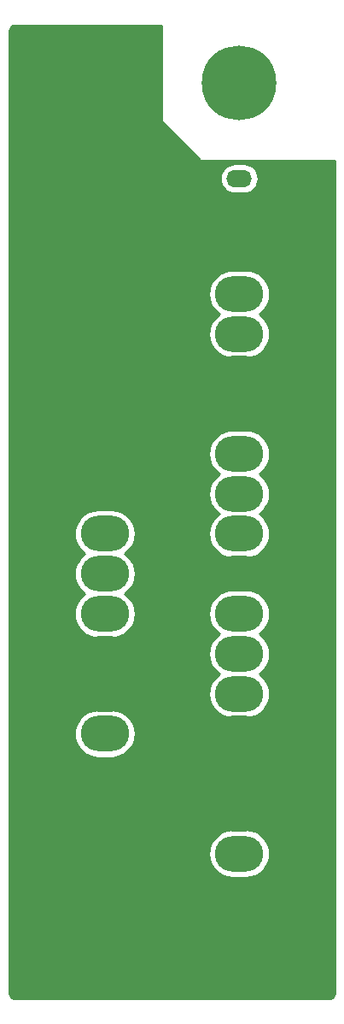
<source format=gbl>
%TF.GenerationSoftware,KiCad,Pcbnew,(5.1.9)-1*%
%TF.CreationDate,2021-05-18T19:43:41+08:00*%
%TF.ProjectId,Tandy1000PowerGeneric,54616e64-7931-4303-9030-506f77657247,rev?*%
%TF.SameCoordinates,Original*%
%TF.FileFunction,Copper,L2,Bot*%
%TF.FilePolarity,Positive*%
%FSLAX46Y46*%
G04 Gerber Fmt 4.6, Leading zero omitted, Abs format (unit mm)*
G04 Created by KiCad (PCBNEW (5.1.9)-1) date 2021-05-18 19:43:41*
%MOMM*%
%LPD*%
G01*
G04 APERTURE LIST*
%TA.AperFunction,ComponentPad*%
%ADD10O,2.540000X1.700000*%
%TD*%
%TA.AperFunction,ComponentPad*%
%ADD11O,4.800000X3.500000*%
%TD*%
%TA.AperFunction,ComponentPad*%
%ADD12C,7.400000*%
%TD*%
%TA.AperFunction,Conductor*%
%ADD13C,0.254000*%
%TD*%
%TA.AperFunction,Conductor*%
%ADD14C,0.100000*%
%TD*%
G04 APERTURE END LIST*
D10*
%TO.P,J3,1*%
%TO.N,+12V*%
X173355000Y-64135000D03*
%TO.P,J3,2*%
%TO.N,GND*%
X173355000Y-66675000D03*
%TD*%
D11*
%TO.P,J2,15*%
%TO.N,-12V*%
X173355000Y-131005000D03*
%TO.P,J2,14*%
%TO.N,GND*%
X173355000Y-127045000D03*
%TO.P,J2,13*%
X173355000Y-123085000D03*
%TO.P,J2,12*%
X173355000Y-119125000D03*
%TO.P,J2,11*%
%TO.N,+5V*%
X173355000Y-115165000D03*
%TO.P,J2,10*%
X173355000Y-111205000D03*
%TO.P,J2,9*%
X173355000Y-107245000D03*
%TO.P,J2,8*%
%TO.N,GND*%
X173355000Y-103285000D03*
%TO.P,J2,7*%
%TO.N,+12V*%
X173355000Y-99325000D03*
%TO.P,J2,6*%
%TO.N,Net-(J2-Pad6)*%
X173355000Y-95365000D03*
%TO.P,J2,5*%
%TO.N,+12V*%
X173355000Y-91405000D03*
%TO.P,J2,4*%
%TO.N,GND*%
X173355000Y-87445000D03*
%TO.P,J2,3*%
X173355000Y-83485000D03*
%TO.P,J2,2*%
%TO.N,+5V*%
X173355000Y-79525000D03*
%TO.P,J2,1*%
%TO.N,Net-(J2-Pad1)*%
X173355000Y-75565000D03*
%TD*%
%TO.P,J1,6*%
%TO.N,-12V*%
X160020000Y-119125000D03*
%TO.P,J1,5*%
%TO.N,GND*%
X160020000Y-115165000D03*
%TO.P,J1,4*%
X160020000Y-111205000D03*
%TO.P,J1,3*%
%TO.N,+5V*%
X160020000Y-107245000D03*
%TO.P,J1,2*%
X160020000Y-103285000D03*
%TO.P,J1,1*%
%TO.N,+12V*%
X160020000Y-99325000D03*
%TD*%
D12*
%TO.P,H2,1*%
%TO.N,GND*%
X173355000Y-139680000D03*
%TD*%
%TO.P,H1,1*%
%TO.N,Net-(H1-Pad1)*%
X173355000Y-54630000D03*
%TD*%
D13*
%TO.N,GND*%
X165608000Y-58420000D02*
X165610440Y-58444776D01*
X165617667Y-58468601D01*
X165629403Y-58490557D01*
X165645197Y-58509803D01*
X169455197Y-62319803D01*
X169474443Y-62335597D01*
X169496399Y-62347333D01*
X169520224Y-62354560D01*
X169545000Y-62357000D01*
X182805000Y-62357000D01*
X182805001Y-144745269D01*
X182790995Y-144888109D01*
X182759599Y-144992099D01*
X182708601Y-145088013D01*
X182639941Y-145172199D01*
X182556243Y-145241439D01*
X182460689Y-145293105D01*
X182356922Y-145325227D01*
X182216359Y-145340000D01*
X151164720Y-145340000D01*
X151021891Y-145325995D01*
X150917901Y-145294599D01*
X150821987Y-145243601D01*
X150737801Y-145174941D01*
X150668561Y-145091243D01*
X150616895Y-144995689D01*
X150584773Y-144891922D01*
X150570000Y-144751359D01*
X150570000Y-131005000D01*
X170308461Y-131005000D01*
X170354510Y-131472542D01*
X170490887Y-131922116D01*
X170712351Y-132336446D01*
X171010391Y-132699609D01*
X171373554Y-132997649D01*
X171787884Y-133219113D01*
X172237458Y-133355490D01*
X172587843Y-133390000D01*
X174122157Y-133390000D01*
X174472542Y-133355490D01*
X174922116Y-133219113D01*
X175336446Y-132997649D01*
X175699609Y-132699609D01*
X175997649Y-132336446D01*
X176219113Y-131922116D01*
X176355490Y-131472542D01*
X176401539Y-131005000D01*
X176355490Y-130537458D01*
X176219113Y-130087884D01*
X175997649Y-129673554D01*
X175699609Y-129310391D01*
X175336446Y-129012351D01*
X174922116Y-128790887D01*
X174472542Y-128654510D01*
X174122157Y-128620000D01*
X172587843Y-128620000D01*
X172237458Y-128654510D01*
X171787884Y-128790887D01*
X171373554Y-129012351D01*
X171010391Y-129310391D01*
X170712351Y-129673554D01*
X170490887Y-130087884D01*
X170354510Y-130537458D01*
X170308461Y-131005000D01*
X150570000Y-131005000D01*
X150570000Y-119125000D01*
X156973461Y-119125000D01*
X157019510Y-119592542D01*
X157155887Y-120042116D01*
X157377351Y-120456446D01*
X157675391Y-120819609D01*
X158038554Y-121117649D01*
X158452884Y-121339113D01*
X158902458Y-121475490D01*
X159252843Y-121510000D01*
X160787157Y-121510000D01*
X161137542Y-121475490D01*
X161587116Y-121339113D01*
X162001446Y-121117649D01*
X162364609Y-120819609D01*
X162662649Y-120456446D01*
X162884113Y-120042116D01*
X163020490Y-119592542D01*
X163066539Y-119125000D01*
X163020490Y-118657458D01*
X162884113Y-118207884D01*
X162662649Y-117793554D01*
X162364609Y-117430391D01*
X162001446Y-117132351D01*
X161587116Y-116910887D01*
X161137542Y-116774510D01*
X160787157Y-116740000D01*
X159252843Y-116740000D01*
X158902458Y-116774510D01*
X158452884Y-116910887D01*
X158038554Y-117132351D01*
X157675391Y-117430391D01*
X157377351Y-117793554D01*
X157155887Y-118207884D01*
X157019510Y-118657458D01*
X156973461Y-119125000D01*
X150570000Y-119125000D01*
X150570000Y-99325000D01*
X156973461Y-99325000D01*
X157019510Y-99792542D01*
X157155887Y-100242116D01*
X157377351Y-100656446D01*
X157675391Y-101019609D01*
X158023141Y-101305000D01*
X157675391Y-101590391D01*
X157377351Y-101953554D01*
X157155887Y-102367884D01*
X157019510Y-102817458D01*
X156973461Y-103285000D01*
X157019510Y-103752542D01*
X157155887Y-104202116D01*
X157377351Y-104616446D01*
X157675391Y-104979609D01*
X158023141Y-105265000D01*
X157675391Y-105550391D01*
X157377351Y-105913554D01*
X157155887Y-106327884D01*
X157019510Y-106777458D01*
X156973461Y-107245000D01*
X157019510Y-107712542D01*
X157155887Y-108162116D01*
X157377351Y-108576446D01*
X157675391Y-108939609D01*
X158038554Y-109237649D01*
X158452884Y-109459113D01*
X158902458Y-109595490D01*
X159252843Y-109630000D01*
X160787157Y-109630000D01*
X161137542Y-109595490D01*
X161587116Y-109459113D01*
X162001446Y-109237649D01*
X162364609Y-108939609D01*
X162662649Y-108576446D01*
X162884113Y-108162116D01*
X163020490Y-107712542D01*
X163066539Y-107245000D01*
X170308461Y-107245000D01*
X170354510Y-107712542D01*
X170490887Y-108162116D01*
X170712351Y-108576446D01*
X171010391Y-108939609D01*
X171358141Y-109225000D01*
X171010391Y-109510391D01*
X170712351Y-109873554D01*
X170490887Y-110287884D01*
X170354510Y-110737458D01*
X170308461Y-111205000D01*
X170354510Y-111672542D01*
X170490887Y-112122116D01*
X170712351Y-112536446D01*
X171010391Y-112899609D01*
X171358141Y-113185000D01*
X171010391Y-113470391D01*
X170712351Y-113833554D01*
X170490887Y-114247884D01*
X170354510Y-114697458D01*
X170308461Y-115165000D01*
X170354510Y-115632542D01*
X170490887Y-116082116D01*
X170712351Y-116496446D01*
X171010391Y-116859609D01*
X171373554Y-117157649D01*
X171787884Y-117379113D01*
X172237458Y-117515490D01*
X172587843Y-117550000D01*
X174122157Y-117550000D01*
X174472542Y-117515490D01*
X174922116Y-117379113D01*
X175336446Y-117157649D01*
X175699609Y-116859609D01*
X175997649Y-116496446D01*
X176219113Y-116082116D01*
X176355490Y-115632542D01*
X176401539Y-115165000D01*
X176355490Y-114697458D01*
X176219113Y-114247884D01*
X175997649Y-113833554D01*
X175699609Y-113470391D01*
X175351859Y-113185000D01*
X175699609Y-112899609D01*
X175997649Y-112536446D01*
X176219113Y-112122116D01*
X176355490Y-111672542D01*
X176401539Y-111205000D01*
X176355490Y-110737458D01*
X176219113Y-110287884D01*
X175997649Y-109873554D01*
X175699609Y-109510391D01*
X175351859Y-109225000D01*
X175699609Y-108939609D01*
X175997649Y-108576446D01*
X176219113Y-108162116D01*
X176355490Y-107712542D01*
X176401539Y-107245000D01*
X176355490Y-106777458D01*
X176219113Y-106327884D01*
X175997649Y-105913554D01*
X175699609Y-105550391D01*
X175336446Y-105252351D01*
X174922116Y-105030887D01*
X174472542Y-104894510D01*
X174122157Y-104860000D01*
X172587843Y-104860000D01*
X172237458Y-104894510D01*
X171787884Y-105030887D01*
X171373554Y-105252351D01*
X171010391Y-105550391D01*
X170712351Y-105913554D01*
X170490887Y-106327884D01*
X170354510Y-106777458D01*
X170308461Y-107245000D01*
X163066539Y-107245000D01*
X163020490Y-106777458D01*
X162884113Y-106327884D01*
X162662649Y-105913554D01*
X162364609Y-105550391D01*
X162016859Y-105265000D01*
X162364609Y-104979609D01*
X162662649Y-104616446D01*
X162884113Y-104202116D01*
X163020490Y-103752542D01*
X163066539Y-103285000D01*
X163020490Y-102817458D01*
X162884113Y-102367884D01*
X162662649Y-101953554D01*
X162364609Y-101590391D01*
X162016859Y-101305000D01*
X162364609Y-101019609D01*
X162662649Y-100656446D01*
X162884113Y-100242116D01*
X163020490Y-99792542D01*
X163066539Y-99325000D01*
X163020490Y-98857458D01*
X162884113Y-98407884D01*
X162662649Y-97993554D01*
X162364609Y-97630391D01*
X162001446Y-97332351D01*
X161587116Y-97110887D01*
X161137542Y-96974510D01*
X160787157Y-96940000D01*
X159252843Y-96940000D01*
X158902458Y-96974510D01*
X158452884Y-97110887D01*
X158038554Y-97332351D01*
X157675391Y-97630391D01*
X157377351Y-97993554D01*
X157155887Y-98407884D01*
X157019510Y-98857458D01*
X156973461Y-99325000D01*
X150570000Y-99325000D01*
X150570000Y-91405000D01*
X170308461Y-91405000D01*
X170354510Y-91872542D01*
X170490887Y-92322116D01*
X170712351Y-92736446D01*
X171010391Y-93099609D01*
X171358141Y-93385000D01*
X171010391Y-93670391D01*
X170712351Y-94033554D01*
X170490887Y-94447884D01*
X170354510Y-94897458D01*
X170308461Y-95365000D01*
X170354510Y-95832542D01*
X170490887Y-96282116D01*
X170712351Y-96696446D01*
X171010391Y-97059609D01*
X171358141Y-97345000D01*
X171010391Y-97630391D01*
X170712351Y-97993554D01*
X170490887Y-98407884D01*
X170354510Y-98857458D01*
X170308461Y-99325000D01*
X170354510Y-99792542D01*
X170490887Y-100242116D01*
X170712351Y-100656446D01*
X171010391Y-101019609D01*
X171373554Y-101317649D01*
X171787884Y-101539113D01*
X172237458Y-101675490D01*
X172587843Y-101710000D01*
X174122157Y-101710000D01*
X174472542Y-101675490D01*
X174922116Y-101539113D01*
X175336446Y-101317649D01*
X175699609Y-101019609D01*
X175997649Y-100656446D01*
X176219113Y-100242116D01*
X176355490Y-99792542D01*
X176401539Y-99325000D01*
X176355490Y-98857458D01*
X176219113Y-98407884D01*
X175997649Y-97993554D01*
X175699609Y-97630391D01*
X175351859Y-97345000D01*
X175699609Y-97059609D01*
X175997649Y-96696446D01*
X176219113Y-96282116D01*
X176355490Y-95832542D01*
X176401539Y-95365000D01*
X176355490Y-94897458D01*
X176219113Y-94447884D01*
X175997649Y-94033554D01*
X175699609Y-93670391D01*
X175351859Y-93385000D01*
X175699609Y-93099609D01*
X175997649Y-92736446D01*
X176219113Y-92322116D01*
X176355490Y-91872542D01*
X176401539Y-91405000D01*
X176355490Y-90937458D01*
X176219113Y-90487884D01*
X175997649Y-90073554D01*
X175699609Y-89710391D01*
X175336446Y-89412351D01*
X174922116Y-89190887D01*
X174472542Y-89054510D01*
X174122157Y-89020000D01*
X172587843Y-89020000D01*
X172237458Y-89054510D01*
X171787884Y-89190887D01*
X171373554Y-89412351D01*
X171010391Y-89710391D01*
X170712351Y-90073554D01*
X170490887Y-90487884D01*
X170354510Y-90937458D01*
X170308461Y-91405000D01*
X150570000Y-91405000D01*
X150570000Y-75565000D01*
X170308461Y-75565000D01*
X170354510Y-76032542D01*
X170490887Y-76482116D01*
X170712351Y-76896446D01*
X171010391Y-77259609D01*
X171358141Y-77545000D01*
X171010391Y-77830391D01*
X170712351Y-78193554D01*
X170490887Y-78607884D01*
X170354510Y-79057458D01*
X170308461Y-79525000D01*
X170354510Y-79992542D01*
X170490887Y-80442116D01*
X170712351Y-80856446D01*
X171010391Y-81219609D01*
X171373554Y-81517649D01*
X171787884Y-81739113D01*
X172237458Y-81875490D01*
X172587843Y-81910000D01*
X174122157Y-81910000D01*
X174472542Y-81875490D01*
X174922116Y-81739113D01*
X175336446Y-81517649D01*
X175699609Y-81219609D01*
X175997649Y-80856446D01*
X176219113Y-80442116D01*
X176355490Y-79992542D01*
X176401539Y-79525000D01*
X176355490Y-79057458D01*
X176219113Y-78607884D01*
X175997649Y-78193554D01*
X175699609Y-77830391D01*
X175351859Y-77545000D01*
X175699609Y-77259609D01*
X175997649Y-76896446D01*
X176219113Y-76482116D01*
X176355490Y-76032542D01*
X176401539Y-75565000D01*
X176355490Y-75097458D01*
X176219113Y-74647884D01*
X175997649Y-74233554D01*
X175699609Y-73870391D01*
X175336446Y-73572351D01*
X174922116Y-73350887D01*
X174472542Y-73214510D01*
X174122157Y-73180000D01*
X172587843Y-73180000D01*
X172237458Y-73214510D01*
X171787884Y-73350887D01*
X171373554Y-73572351D01*
X171010391Y-73870391D01*
X170712351Y-74233554D01*
X170490887Y-74647884D01*
X170354510Y-75097458D01*
X170308461Y-75565000D01*
X150570000Y-75565000D01*
X150570000Y-64135000D01*
X171442815Y-64135000D01*
X171471487Y-64426111D01*
X171556401Y-64706034D01*
X171694294Y-64964014D01*
X171879866Y-65190134D01*
X172105986Y-65375706D01*
X172363966Y-65513599D01*
X172643889Y-65598513D01*
X172862050Y-65620000D01*
X173847950Y-65620000D01*
X174066111Y-65598513D01*
X174346034Y-65513599D01*
X174604014Y-65375706D01*
X174830134Y-65190134D01*
X175015706Y-64964014D01*
X175153599Y-64706034D01*
X175238513Y-64426111D01*
X175267185Y-64135000D01*
X175238513Y-63843889D01*
X175153599Y-63563966D01*
X175015706Y-63305986D01*
X174830134Y-63079866D01*
X174604014Y-62894294D01*
X174346034Y-62756401D01*
X174066111Y-62671487D01*
X173847950Y-62650000D01*
X172862050Y-62650000D01*
X172643889Y-62671487D01*
X172363966Y-62756401D01*
X172105986Y-62894294D01*
X171879866Y-63079866D01*
X171694294Y-63305986D01*
X171556401Y-63563966D01*
X171471487Y-63843889D01*
X171442815Y-64135000D01*
X150570000Y-64135000D01*
X150570000Y-49564720D01*
X150584005Y-49421891D01*
X150615402Y-49317899D01*
X150666399Y-49221986D01*
X150735055Y-49137806D01*
X150818758Y-49068560D01*
X150914311Y-49016895D01*
X151018078Y-48984773D01*
X151158641Y-48970000D01*
X165608000Y-48970000D01*
X165608000Y-58420000D01*
%TA.AperFunction,Conductor*%
D14*
G36*
X165608000Y-58420000D02*
G01*
X165610440Y-58444776D01*
X165617667Y-58468601D01*
X165629403Y-58490557D01*
X165645197Y-58509803D01*
X169455197Y-62319803D01*
X169474443Y-62335597D01*
X169496399Y-62347333D01*
X169520224Y-62354560D01*
X169545000Y-62357000D01*
X182805000Y-62357000D01*
X182805001Y-144745269D01*
X182790995Y-144888109D01*
X182759599Y-144992099D01*
X182708601Y-145088013D01*
X182639941Y-145172199D01*
X182556243Y-145241439D01*
X182460689Y-145293105D01*
X182356922Y-145325227D01*
X182216359Y-145340000D01*
X151164720Y-145340000D01*
X151021891Y-145325995D01*
X150917901Y-145294599D01*
X150821987Y-145243601D01*
X150737801Y-145174941D01*
X150668561Y-145091243D01*
X150616895Y-144995689D01*
X150584773Y-144891922D01*
X150570000Y-144751359D01*
X150570000Y-131005000D01*
X170308461Y-131005000D01*
X170354510Y-131472542D01*
X170490887Y-131922116D01*
X170712351Y-132336446D01*
X171010391Y-132699609D01*
X171373554Y-132997649D01*
X171787884Y-133219113D01*
X172237458Y-133355490D01*
X172587843Y-133390000D01*
X174122157Y-133390000D01*
X174472542Y-133355490D01*
X174922116Y-133219113D01*
X175336446Y-132997649D01*
X175699609Y-132699609D01*
X175997649Y-132336446D01*
X176219113Y-131922116D01*
X176355490Y-131472542D01*
X176401539Y-131005000D01*
X176355490Y-130537458D01*
X176219113Y-130087884D01*
X175997649Y-129673554D01*
X175699609Y-129310391D01*
X175336446Y-129012351D01*
X174922116Y-128790887D01*
X174472542Y-128654510D01*
X174122157Y-128620000D01*
X172587843Y-128620000D01*
X172237458Y-128654510D01*
X171787884Y-128790887D01*
X171373554Y-129012351D01*
X171010391Y-129310391D01*
X170712351Y-129673554D01*
X170490887Y-130087884D01*
X170354510Y-130537458D01*
X170308461Y-131005000D01*
X150570000Y-131005000D01*
X150570000Y-119125000D01*
X156973461Y-119125000D01*
X157019510Y-119592542D01*
X157155887Y-120042116D01*
X157377351Y-120456446D01*
X157675391Y-120819609D01*
X158038554Y-121117649D01*
X158452884Y-121339113D01*
X158902458Y-121475490D01*
X159252843Y-121510000D01*
X160787157Y-121510000D01*
X161137542Y-121475490D01*
X161587116Y-121339113D01*
X162001446Y-121117649D01*
X162364609Y-120819609D01*
X162662649Y-120456446D01*
X162884113Y-120042116D01*
X163020490Y-119592542D01*
X163066539Y-119125000D01*
X163020490Y-118657458D01*
X162884113Y-118207884D01*
X162662649Y-117793554D01*
X162364609Y-117430391D01*
X162001446Y-117132351D01*
X161587116Y-116910887D01*
X161137542Y-116774510D01*
X160787157Y-116740000D01*
X159252843Y-116740000D01*
X158902458Y-116774510D01*
X158452884Y-116910887D01*
X158038554Y-117132351D01*
X157675391Y-117430391D01*
X157377351Y-117793554D01*
X157155887Y-118207884D01*
X157019510Y-118657458D01*
X156973461Y-119125000D01*
X150570000Y-119125000D01*
X150570000Y-99325000D01*
X156973461Y-99325000D01*
X157019510Y-99792542D01*
X157155887Y-100242116D01*
X157377351Y-100656446D01*
X157675391Y-101019609D01*
X158023141Y-101305000D01*
X157675391Y-101590391D01*
X157377351Y-101953554D01*
X157155887Y-102367884D01*
X157019510Y-102817458D01*
X156973461Y-103285000D01*
X157019510Y-103752542D01*
X157155887Y-104202116D01*
X157377351Y-104616446D01*
X157675391Y-104979609D01*
X158023141Y-105265000D01*
X157675391Y-105550391D01*
X157377351Y-105913554D01*
X157155887Y-106327884D01*
X157019510Y-106777458D01*
X156973461Y-107245000D01*
X157019510Y-107712542D01*
X157155887Y-108162116D01*
X157377351Y-108576446D01*
X157675391Y-108939609D01*
X158038554Y-109237649D01*
X158452884Y-109459113D01*
X158902458Y-109595490D01*
X159252843Y-109630000D01*
X160787157Y-109630000D01*
X161137542Y-109595490D01*
X161587116Y-109459113D01*
X162001446Y-109237649D01*
X162364609Y-108939609D01*
X162662649Y-108576446D01*
X162884113Y-108162116D01*
X163020490Y-107712542D01*
X163066539Y-107245000D01*
X170308461Y-107245000D01*
X170354510Y-107712542D01*
X170490887Y-108162116D01*
X170712351Y-108576446D01*
X171010391Y-108939609D01*
X171358141Y-109225000D01*
X171010391Y-109510391D01*
X170712351Y-109873554D01*
X170490887Y-110287884D01*
X170354510Y-110737458D01*
X170308461Y-111205000D01*
X170354510Y-111672542D01*
X170490887Y-112122116D01*
X170712351Y-112536446D01*
X171010391Y-112899609D01*
X171358141Y-113185000D01*
X171010391Y-113470391D01*
X170712351Y-113833554D01*
X170490887Y-114247884D01*
X170354510Y-114697458D01*
X170308461Y-115165000D01*
X170354510Y-115632542D01*
X170490887Y-116082116D01*
X170712351Y-116496446D01*
X171010391Y-116859609D01*
X171373554Y-117157649D01*
X171787884Y-117379113D01*
X172237458Y-117515490D01*
X172587843Y-117550000D01*
X174122157Y-117550000D01*
X174472542Y-117515490D01*
X174922116Y-117379113D01*
X175336446Y-117157649D01*
X175699609Y-116859609D01*
X175997649Y-116496446D01*
X176219113Y-116082116D01*
X176355490Y-115632542D01*
X176401539Y-115165000D01*
X176355490Y-114697458D01*
X176219113Y-114247884D01*
X175997649Y-113833554D01*
X175699609Y-113470391D01*
X175351859Y-113185000D01*
X175699609Y-112899609D01*
X175997649Y-112536446D01*
X176219113Y-112122116D01*
X176355490Y-111672542D01*
X176401539Y-111205000D01*
X176355490Y-110737458D01*
X176219113Y-110287884D01*
X175997649Y-109873554D01*
X175699609Y-109510391D01*
X175351859Y-109225000D01*
X175699609Y-108939609D01*
X175997649Y-108576446D01*
X176219113Y-108162116D01*
X176355490Y-107712542D01*
X176401539Y-107245000D01*
X176355490Y-106777458D01*
X176219113Y-106327884D01*
X175997649Y-105913554D01*
X175699609Y-105550391D01*
X175336446Y-105252351D01*
X174922116Y-105030887D01*
X174472542Y-104894510D01*
X174122157Y-104860000D01*
X172587843Y-104860000D01*
X172237458Y-104894510D01*
X171787884Y-105030887D01*
X171373554Y-105252351D01*
X171010391Y-105550391D01*
X170712351Y-105913554D01*
X170490887Y-106327884D01*
X170354510Y-106777458D01*
X170308461Y-107245000D01*
X163066539Y-107245000D01*
X163020490Y-106777458D01*
X162884113Y-106327884D01*
X162662649Y-105913554D01*
X162364609Y-105550391D01*
X162016859Y-105265000D01*
X162364609Y-104979609D01*
X162662649Y-104616446D01*
X162884113Y-104202116D01*
X163020490Y-103752542D01*
X163066539Y-103285000D01*
X163020490Y-102817458D01*
X162884113Y-102367884D01*
X162662649Y-101953554D01*
X162364609Y-101590391D01*
X162016859Y-101305000D01*
X162364609Y-101019609D01*
X162662649Y-100656446D01*
X162884113Y-100242116D01*
X163020490Y-99792542D01*
X163066539Y-99325000D01*
X163020490Y-98857458D01*
X162884113Y-98407884D01*
X162662649Y-97993554D01*
X162364609Y-97630391D01*
X162001446Y-97332351D01*
X161587116Y-97110887D01*
X161137542Y-96974510D01*
X160787157Y-96940000D01*
X159252843Y-96940000D01*
X158902458Y-96974510D01*
X158452884Y-97110887D01*
X158038554Y-97332351D01*
X157675391Y-97630391D01*
X157377351Y-97993554D01*
X157155887Y-98407884D01*
X157019510Y-98857458D01*
X156973461Y-99325000D01*
X150570000Y-99325000D01*
X150570000Y-91405000D01*
X170308461Y-91405000D01*
X170354510Y-91872542D01*
X170490887Y-92322116D01*
X170712351Y-92736446D01*
X171010391Y-93099609D01*
X171358141Y-93385000D01*
X171010391Y-93670391D01*
X170712351Y-94033554D01*
X170490887Y-94447884D01*
X170354510Y-94897458D01*
X170308461Y-95365000D01*
X170354510Y-95832542D01*
X170490887Y-96282116D01*
X170712351Y-96696446D01*
X171010391Y-97059609D01*
X171358141Y-97345000D01*
X171010391Y-97630391D01*
X170712351Y-97993554D01*
X170490887Y-98407884D01*
X170354510Y-98857458D01*
X170308461Y-99325000D01*
X170354510Y-99792542D01*
X170490887Y-100242116D01*
X170712351Y-100656446D01*
X171010391Y-101019609D01*
X171373554Y-101317649D01*
X171787884Y-101539113D01*
X172237458Y-101675490D01*
X172587843Y-101710000D01*
X174122157Y-101710000D01*
X174472542Y-101675490D01*
X174922116Y-101539113D01*
X175336446Y-101317649D01*
X175699609Y-101019609D01*
X175997649Y-100656446D01*
X176219113Y-100242116D01*
X176355490Y-99792542D01*
X176401539Y-99325000D01*
X176355490Y-98857458D01*
X176219113Y-98407884D01*
X175997649Y-97993554D01*
X175699609Y-97630391D01*
X175351859Y-97345000D01*
X175699609Y-97059609D01*
X175997649Y-96696446D01*
X176219113Y-96282116D01*
X176355490Y-95832542D01*
X176401539Y-95365000D01*
X176355490Y-94897458D01*
X176219113Y-94447884D01*
X175997649Y-94033554D01*
X175699609Y-93670391D01*
X175351859Y-93385000D01*
X175699609Y-93099609D01*
X175997649Y-92736446D01*
X176219113Y-92322116D01*
X176355490Y-91872542D01*
X176401539Y-91405000D01*
X176355490Y-90937458D01*
X176219113Y-90487884D01*
X175997649Y-90073554D01*
X175699609Y-89710391D01*
X175336446Y-89412351D01*
X174922116Y-89190887D01*
X174472542Y-89054510D01*
X174122157Y-89020000D01*
X172587843Y-89020000D01*
X172237458Y-89054510D01*
X171787884Y-89190887D01*
X171373554Y-89412351D01*
X171010391Y-89710391D01*
X170712351Y-90073554D01*
X170490887Y-90487884D01*
X170354510Y-90937458D01*
X170308461Y-91405000D01*
X150570000Y-91405000D01*
X150570000Y-75565000D01*
X170308461Y-75565000D01*
X170354510Y-76032542D01*
X170490887Y-76482116D01*
X170712351Y-76896446D01*
X171010391Y-77259609D01*
X171358141Y-77545000D01*
X171010391Y-77830391D01*
X170712351Y-78193554D01*
X170490887Y-78607884D01*
X170354510Y-79057458D01*
X170308461Y-79525000D01*
X170354510Y-79992542D01*
X170490887Y-80442116D01*
X170712351Y-80856446D01*
X171010391Y-81219609D01*
X171373554Y-81517649D01*
X171787884Y-81739113D01*
X172237458Y-81875490D01*
X172587843Y-81910000D01*
X174122157Y-81910000D01*
X174472542Y-81875490D01*
X174922116Y-81739113D01*
X175336446Y-81517649D01*
X175699609Y-81219609D01*
X175997649Y-80856446D01*
X176219113Y-80442116D01*
X176355490Y-79992542D01*
X176401539Y-79525000D01*
X176355490Y-79057458D01*
X176219113Y-78607884D01*
X175997649Y-78193554D01*
X175699609Y-77830391D01*
X175351859Y-77545000D01*
X175699609Y-77259609D01*
X175997649Y-76896446D01*
X176219113Y-76482116D01*
X176355490Y-76032542D01*
X176401539Y-75565000D01*
X176355490Y-75097458D01*
X176219113Y-74647884D01*
X175997649Y-74233554D01*
X175699609Y-73870391D01*
X175336446Y-73572351D01*
X174922116Y-73350887D01*
X174472542Y-73214510D01*
X174122157Y-73180000D01*
X172587843Y-73180000D01*
X172237458Y-73214510D01*
X171787884Y-73350887D01*
X171373554Y-73572351D01*
X171010391Y-73870391D01*
X170712351Y-74233554D01*
X170490887Y-74647884D01*
X170354510Y-75097458D01*
X170308461Y-75565000D01*
X150570000Y-75565000D01*
X150570000Y-64135000D01*
X171442815Y-64135000D01*
X171471487Y-64426111D01*
X171556401Y-64706034D01*
X171694294Y-64964014D01*
X171879866Y-65190134D01*
X172105986Y-65375706D01*
X172363966Y-65513599D01*
X172643889Y-65598513D01*
X172862050Y-65620000D01*
X173847950Y-65620000D01*
X174066111Y-65598513D01*
X174346034Y-65513599D01*
X174604014Y-65375706D01*
X174830134Y-65190134D01*
X175015706Y-64964014D01*
X175153599Y-64706034D01*
X175238513Y-64426111D01*
X175267185Y-64135000D01*
X175238513Y-63843889D01*
X175153599Y-63563966D01*
X175015706Y-63305986D01*
X174830134Y-63079866D01*
X174604014Y-62894294D01*
X174346034Y-62756401D01*
X174066111Y-62671487D01*
X173847950Y-62650000D01*
X172862050Y-62650000D01*
X172643889Y-62671487D01*
X172363966Y-62756401D01*
X172105986Y-62894294D01*
X171879866Y-63079866D01*
X171694294Y-63305986D01*
X171556401Y-63563966D01*
X171471487Y-63843889D01*
X171442815Y-64135000D01*
X150570000Y-64135000D01*
X150570000Y-49564720D01*
X150584005Y-49421891D01*
X150615402Y-49317899D01*
X150666399Y-49221986D01*
X150735055Y-49137806D01*
X150818758Y-49068560D01*
X150914311Y-49016895D01*
X151018078Y-48984773D01*
X151158641Y-48970000D01*
X165608000Y-48970000D01*
X165608000Y-58420000D01*
G37*
%TD.AperFunction*%
%TD*%
M02*

</source>
